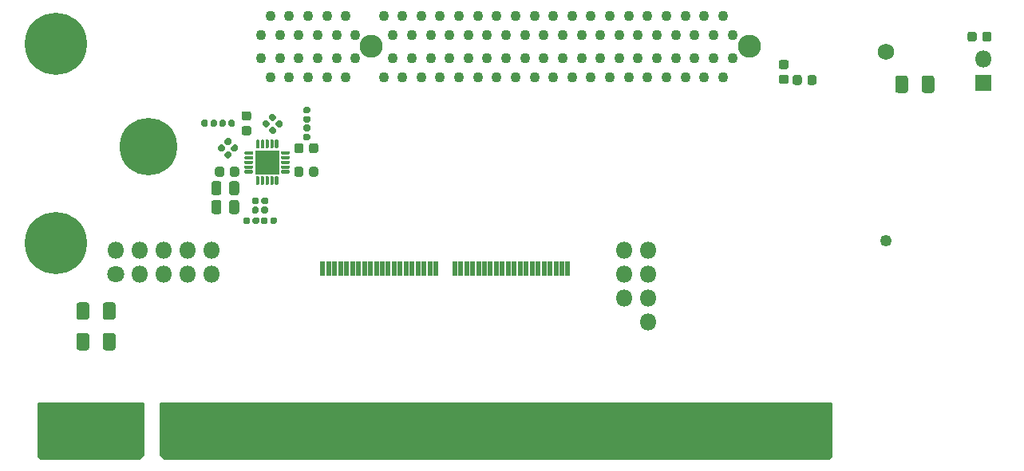
<source format=gbr>
%TF.GenerationSoftware,KiCad,Pcbnew,(5.1.6)-1*%
%TF.CreationDate,2021-07-09T16:03:55+01:00*%
%TF.ProjectId,t9120riser,74393132-3072-4697-9365-722e6b696361,rev?*%
%TF.SameCoordinates,Original*%
%TF.FileFunction,Soldermask,Top*%
%TF.FilePolarity,Negative*%
%FSLAX46Y46*%
G04 Gerber Fmt 4.6, Leading zero omitted, Abs format (unit mm)*
G04 Created by KiCad (PCBNEW (5.1.6)-1) date 2021-07-09 16:03:55*
%MOMM*%
%LPD*%
G01*
G04 APERTURE LIST*
%ADD10R,2.600000X2.600000*%
%ADD11O,1.800000X1.800000*%
%ADD12C,2.450000*%
%ADD13C,1.100000*%
%ADD14C,1.800000*%
%ADD15R,1.800000X1.800000*%
%ADD16R,0.500000X1.600000*%
%ADD17R,0.800000X4.300000*%
%ADD18R,0.800000X3.300000*%
%ADD19C,6.100000*%
%ADD20C,6.600000*%
%ADD21C,1.750000*%
%ADD22C,1.250000*%
%ADD23C,0.254000*%
G04 APERTURE END LIST*
D10*
%TO.C,U1*%
X100750000Y-110900000D03*
G36*
G01*
X101925000Y-112462500D02*
X101925000Y-113212500D01*
G75*
G02*
X101837500Y-113300000I-87500J0D01*
G01*
X101662500Y-113300000D01*
G75*
G02*
X101575000Y-113212500I0J87500D01*
G01*
X101575000Y-112462500D01*
G75*
G02*
X101662500Y-112375000I87500J0D01*
G01*
X101837500Y-112375000D01*
G75*
G02*
X101925000Y-112462500I0J-87500D01*
G01*
G37*
G36*
G01*
X101425000Y-112462500D02*
X101425000Y-113212500D01*
G75*
G02*
X101337500Y-113300000I-87500J0D01*
G01*
X101162500Y-113300000D01*
G75*
G02*
X101075000Y-113212500I0J87500D01*
G01*
X101075000Y-112462500D01*
G75*
G02*
X101162500Y-112375000I87500J0D01*
G01*
X101337500Y-112375000D01*
G75*
G02*
X101425000Y-112462500I0J-87500D01*
G01*
G37*
G36*
G01*
X100925000Y-112462500D02*
X100925000Y-113212500D01*
G75*
G02*
X100837500Y-113300000I-87500J0D01*
G01*
X100662500Y-113300000D01*
G75*
G02*
X100575000Y-113212500I0J87500D01*
G01*
X100575000Y-112462500D01*
G75*
G02*
X100662500Y-112375000I87500J0D01*
G01*
X100837500Y-112375000D01*
G75*
G02*
X100925000Y-112462500I0J-87500D01*
G01*
G37*
G36*
G01*
X100425000Y-112462500D02*
X100425000Y-113212500D01*
G75*
G02*
X100337500Y-113300000I-87500J0D01*
G01*
X100162500Y-113300000D01*
G75*
G02*
X100075000Y-113212500I0J87500D01*
G01*
X100075000Y-112462500D01*
G75*
G02*
X100162500Y-112375000I87500J0D01*
G01*
X100337500Y-112375000D01*
G75*
G02*
X100425000Y-112462500I0J-87500D01*
G01*
G37*
G36*
G01*
X99925000Y-112462500D02*
X99925000Y-113212500D01*
G75*
G02*
X99837500Y-113300000I-87500J0D01*
G01*
X99662500Y-113300000D01*
G75*
G02*
X99575000Y-113212500I0J87500D01*
G01*
X99575000Y-112462500D01*
G75*
G02*
X99662500Y-112375000I87500J0D01*
G01*
X99837500Y-112375000D01*
G75*
G02*
X99925000Y-112462500I0J-87500D01*
G01*
G37*
G36*
G01*
X99275000Y-111812500D02*
X99275000Y-111987500D01*
G75*
G02*
X99187500Y-112075000I-87500J0D01*
G01*
X98437500Y-112075000D01*
G75*
G02*
X98350000Y-111987500I0J87500D01*
G01*
X98350000Y-111812500D01*
G75*
G02*
X98437500Y-111725000I87500J0D01*
G01*
X99187500Y-111725000D01*
G75*
G02*
X99275000Y-111812500I0J-87500D01*
G01*
G37*
G36*
G01*
X99275000Y-111312500D02*
X99275000Y-111487500D01*
G75*
G02*
X99187500Y-111575000I-87500J0D01*
G01*
X98437500Y-111575000D01*
G75*
G02*
X98350000Y-111487500I0J87500D01*
G01*
X98350000Y-111312500D01*
G75*
G02*
X98437500Y-111225000I87500J0D01*
G01*
X99187500Y-111225000D01*
G75*
G02*
X99275000Y-111312500I0J-87500D01*
G01*
G37*
G36*
G01*
X99275000Y-110812500D02*
X99275000Y-110987500D01*
G75*
G02*
X99187500Y-111075000I-87500J0D01*
G01*
X98437500Y-111075000D01*
G75*
G02*
X98350000Y-110987500I0J87500D01*
G01*
X98350000Y-110812500D01*
G75*
G02*
X98437500Y-110725000I87500J0D01*
G01*
X99187500Y-110725000D01*
G75*
G02*
X99275000Y-110812500I0J-87500D01*
G01*
G37*
G36*
G01*
X99275000Y-110312500D02*
X99275000Y-110487500D01*
G75*
G02*
X99187500Y-110575000I-87500J0D01*
G01*
X98437500Y-110575000D01*
G75*
G02*
X98350000Y-110487500I0J87500D01*
G01*
X98350000Y-110312500D01*
G75*
G02*
X98437500Y-110225000I87500J0D01*
G01*
X99187500Y-110225000D01*
G75*
G02*
X99275000Y-110312500I0J-87500D01*
G01*
G37*
G36*
G01*
X99275000Y-109812500D02*
X99275000Y-109987500D01*
G75*
G02*
X99187500Y-110075000I-87500J0D01*
G01*
X98437500Y-110075000D01*
G75*
G02*
X98350000Y-109987500I0J87500D01*
G01*
X98350000Y-109812500D01*
G75*
G02*
X98437500Y-109725000I87500J0D01*
G01*
X99187500Y-109725000D01*
G75*
G02*
X99275000Y-109812500I0J-87500D01*
G01*
G37*
G36*
G01*
X99925000Y-108587500D02*
X99925000Y-109337500D01*
G75*
G02*
X99837500Y-109425000I-87500J0D01*
G01*
X99662500Y-109425000D01*
G75*
G02*
X99575000Y-109337500I0J87500D01*
G01*
X99575000Y-108587500D01*
G75*
G02*
X99662500Y-108500000I87500J0D01*
G01*
X99837500Y-108500000D01*
G75*
G02*
X99925000Y-108587500I0J-87500D01*
G01*
G37*
G36*
G01*
X100425000Y-108587500D02*
X100425000Y-109337500D01*
G75*
G02*
X100337500Y-109425000I-87500J0D01*
G01*
X100162500Y-109425000D01*
G75*
G02*
X100075000Y-109337500I0J87500D01*
G01*
X100075000Y-108587500D01*
G75*
G02*
X100162500Y-108500000I87500J0D01*
G01*
X100337500Y-108500000D01*
G75*
G02*
X100425000Y-108587500I0J-87500D01*
G01*
G37*
G36*
G01*
X100925000Y-108587500D02*
X100925000Y-109337500D01*
G75*
G02*
X100837500Y-109425000I-87500J0D01*
G01*
X100662500Y-109425000D01*
G75*
G02*
X100575000Y-109337500I0J87500D01*
G01*
X100575000Y-108587500D01*
G75*
G02*
X100662500Y-108500000I87500J0D01*
G01*
X100837500Y-108500000D01*
G75*
G02*
X100925000Y-108587500I0J-87500D01*
G01*
G37*
G36*
G01*
X101425000Y-108587500D02*
X101425000Y-109337500D01*
G75*
G02*
X101337500Y-109425000I-87500J0D01*
G01*
X101162500Y-109425000D01*
G75*
G02*
X101075000Y-109337500I0J87500D01*
G01*
X101075000Y-108587500D01*
G75*
G02*
X101162500Y-108500000I87500J0D01*
G01*
X101337500Y-108500000D01*
G75*
G02*
X101425000Y-108587500I0J-87500D01*
G01*
G37*
G36*
G01*
X101925000Y-108587500D02*
X101925000Y-109337500D01*
G75*
G02*
X101837500Y-109425000I-87500J0D01*
G01*
X101662500Y-109425000D01*
G75*
G02*
X101575000Y-109337500I0J87500D01*
G01*
X101575000Y-108587500D01*
G75*
G02*
X101662500Y-108500000I87500J0D01*
G01*
X101837500Y-108500000D01*
G75*
G02*
X101925000Y-108587500I0J-87500D01*
G01*
G37*
G36*
G01*
X103150000Y-109812500D02*
X103150000Y-109987500D01*
G75*
G02*
X103062500Y-110075000I-87500J0D01*
G01*
X102312500Y-110075000D01*
G75*
G02*
X102225000Y-109987500I0J87500D01*
G01*
X102225000Y-109812500D01*
G75*
G02*
X102312500Y-109725000I87500J0D01*
G01*
X103062500Y-109725000D01*
G75*
G02*
X103150000Y-109812500I0J-87500D01*
G01*
G37*
G36*
G01*
X103150000Y-110312500D02*
X103150000Y-110487500D01*
G75*
G02*
X103062500Y-110575000I-87500J0D01*
G01*
X102312500Y-110575000D01*
G75*
G02*
X102225000Y-110487500I0J87500D01*
G01*
X102225000Y-110312500D01*
G75*
G02*
X102312500Y-110225000I87500J0D01*
G01*
X103062500Y-110225000D01*
G75*
G02*
X103150000Y-110312500I0J-87500D01*
G01*
G37*
G36*
G01*
X103150000Y-110812500D02*
X103150000Y-110987500D01*
G75*
G02*
X103062500Y-111075000I-87500J0D01*
G01*
X102312500Y-111075000D01*
G75*
G02*
X102225000Y-110987500I0J87500D01*
G01*
X102225000Y-110812500D01*
G75*
G02*
X102312500Y-110725000I87500J0D01*
G01*
X103062500Y-110725000D01*
G75*
G02*
X103150000Y-110812500I0J-87500D01*
G01*
G37*
G36*
G01*
X103150000Y-111312500D02*
X103150000Y-111487500D01*
G75*
G02*
X103062500Y-111575000I-87500J0D01*
G01*
X102312500Y-111575000D01*
G75*
G02*
X102225000Y-111487500I0J87500D01*
G01*
X102225000Y-111312500D01*
G75*
G02*
X102312500Y-111225000I87500J0D01*
G01*
X103062500Y-111225000D01*
G75*
G02*
X103150000Y-111312500I0J-87500D01*
G01*
G37*
G36*
G01*
X103150000Y-111812500D02*
X103150000Y-111987500D01*
G75*
G02*
X103062500Y-112075000I-87500J0D01*
G01*
X102312500Y-112075000D01*
G75*
G02*
X102225000Y-111987500I0J87500D01*
G01*
X102225000Y-111812500D01*
G75*
G02*
X102312500Y-111725000I87500J0D01*
G01*
X103062500Y-111725000D01*
G75*
G02*
X103150000Y-111812500I0J-87500D01*
G01*
G37*
%TD*%
%TO.C,R2*%
G36*
G01*
X155831250Y-100987500D02*
X155268750Y-100987500D01*
G75*
G02*
X155025000Y-100743750I0J243750D01*
G01*
X155025000Y-100256250D01*
G75*
G02*
X155268750Y-100012500I243750J0D01*
G01*
X155831250Y-100012500D01*
G75*
G02*
X156075000Y-100256250I0J-243750D01*
G01*
X156075000Y-100743750D01*
G75*
G02*
X155831250Y-100987500I-243750J0D01*
G01*
G37*
G36*
G01*
X155831250Y-102562500D02*
X155268750Y-102562500D01*
G75*
G02*
X155025000Y-102318750I0J243750D01*
G01*
X155025000Y-101831250D01*
G75*
G02*
X155268750Y-101587500I243750J0D01*
G01*
X155831250Y-101587500D01*
G75*
G02*
X156075000Y-101831250I0J-243750D01*
G01*
X156075000Y-102318750D01*
G75*
G02*
X155831250Y-102562500I-243750J0D01*
G01*
G37*
%TD*%
%TO.C,R14*%
G36*
G01*
X96902289Y-109281596D02*
X97181596Y-109002288D01*
G75*
G02*
X97425548Y-109002288I121976J-121976D01*
G01*
X97669500Y-109246240D01*
G75*
G02*
X97669500Y-109490192I-121976J-121976D01*
G01*
X97390192Y-109769500D01*
G75*
G02*
X97146240Y-109769500I-121976J121976D01*
G01*
X96902288Y-109525548D01*
G75*
G02*
X96902288Y-109281596I121976J121976D01*
G01*
G37*
G36*
G01*
X96216395Y-108595702D02*
X96495702Y-108316394D01*
G75*
G02*
X96739654Y-108316394I121976J-121976D01*
G01*
X96983606Y-108560346D01*
G75*
G02*
X96983606Y-108804298I-121976J-121976D01*
G01*
X96704298Y-109083606D01*
G75*
G02*
X96460346Y-109083606I-121976J121976D01*
G01*
X96216394Y-108839654D01*
G75*
G02*
X96216394Y-108595702I121976J121976D01*
G01*
G37*
%TD*%
%TO.C,R1*%
G36*
G01*
X98831250Y-106450000D02*
X98268750Y-106450000D01*
G75*
G02*
X98025000Y-106206250I0J243750D01*
G01*
X98025000Y-105718750D01*
G75*
G02*
X98268750Y-105475000I243750J0D01*
G01*
X98831250Y-105475000D01*
G75*
G02*
X99075000Y-105718750I0J-243750D01*
G01*
X99075000Y-106206250D01*
G75*
G02*
X98831250Y-106450000I-243750J0D01*
G01*
G37*
G36*
G01*
X98831250Y-108025000D02*
X98268750Y-108025000D01*
G75*
G02*
X98025000Y-107781250I0J243750D01*
G01*
X98025000Y-107293750D01*
G75*
G02*
X98268750Y-107050000I243750J0D01*
G01*
X98831250Y-107050000D01*
G75*
G02*
X99075000Y-107293750I0J-243750D01*
G01*
X99075000Y-107781250D01*
G75*
G02*
X98831250Y-108025000I-243750J0D01*
G01*
G37*
%TD*%
%TO.C,R16*%
G36*
G01*
X101461351Y-107109342D02*
X101740659Y-107388649D01*
G75*
G02*
X101740659Y-107632601I-121976J-121976D01*
G01*
X101496707Y-107876553D01*
G75*
G02*
X101252755Y-107876553I-121976J121976D01*
G01*
X100973447Y-107597245D01*
G75*
G02*
X100973447Y-107353293I121976J121976D01*
G01*
X101217399Y-107109341D01*
G75*
G02*
X101461351Y-107109341I121976J-121976D01*
G01*
G37*
G36*
G01*
X102147245Y-106423448D02*
X102426553Y-106702755D01*
G75*
G02*
X102426553Y-106946707I-121976J-121976D01*
G01*
X102182601Y-107190659D01*
G75*
G02*
X101938649Y-107190659I-121976J121976D01*
G01*
X101659341Y-106911351D01*
G75*
G02*
X101659341Y-106667399I121976J121976D01*
G01*
X101903293Y-106423447D01*
G75*
G02*
X102147245Y-106423447I121976J-121976D01*
G01*
G37*
%TD*%
%TO.C,R15*%
G36*
G01*
X100754298Y-106416395D02*
X101033606Y-106695702D01*
G75*
G02*
X101033606Y-106939654I-121976J-121976D01*
G01*
X100789654Y-107183606D01*
G75*
G02*
X100545702Y-107183606I-121976J121976D01*
G01*
X100266394Y-106904298D01*
G75*
G02*
X100266394Y-106660346I121976J121976D01*
G01*
X100510346Y-106416394D01*
G75*
G02*
X100754298Y-106416394I121976J-121976D01*
G01*
G37*
G36*
G01*
X101440192Y-105730501D02*
X101719500Y-106009808D01*
G75*
G02*
X101719500Y-106253760I-121976J-121976D01*
G01*
X101475548Y-106497712D01*
G75*
G02*
X101231596Y-106497712I-121976J121976D01*
G01*
X100952288Y-106218404D01*
G75*
G02*
X100952288Y-105974452I121976J121976D01*
G01*
X101196240Y-105730500D01*
G75*
G02*
X101440192Y-105730500I121976J-121976D01*
G01*
G37*
%TD*%
%TO.C,R10*%
G36*
G01*
X104752500Y-107875000D02*
X105147500Y-107875000D01*
G75*
G02*
X105320000Y-108047500I0J-172500D01*
G01*
X105320000Y-108392500D01*
G75*
G02*
X105147500Y-108565000I-172500J0D01*
G01*
X104752500Y-108565000D01*
G75*
G02*
X104580000Y-108392500I0J172500D01*
G01*
X104580000Y-108047500D01*
G75*
G02*
X104752500Y-107875000I172500J0D01*
G01*
G37*
G36*
G01*
X104752500Y-106905000D02*
X105147500Y-106905000D01*
G75*
G02*
X105320000Y-107077500I0J-172500D01*
G01*
X105320000Y-107422500D01*
G75*
G02*
X105147500Y-107595000I-172500J0D01*
G01*
X104752500Y-107595000D01*
G75*
G02*
X104580000Y-107422500I0J172500D01*
G01*
X104580000Y-107077500D01*
G75*
G02*
X104752500Y-106905000I172500J0D01*
G01*
G37*
%TD*%
%TO.C,R13*%
G36*
G01*
X95516395Y-109295702D02*
X95795702Y-109016394D01*
G75*
G02*
X96039654Y-109016394I121976J-121976D01*
G01*
X96283606Y-109260346D01*
G75*
G02*
X96283606Y-109504298I-121976J-121976D01*
G01*
X96004298Y-109783606D01*
G75*
G02*
X95760346Y-109783606I-121976J121976D01*
G01*
X95516394Y-109539654D01*
G75*
G02*
X95516394Y-109295702I121976J121976D01*
G01*
G37*
G36*
G01*
X96202289Y-109981596D02*
X96481596Y-109702288D01*
G75*
G02*
X96725548Y-109702288I121976J-121976D01*
G01*
X96969500Y-109946240D01*
G75*
G02*
X96969500Y-110190192I-121976J-121976D01*
G01*
X96690192Y-110469500D01*
G75*
G02*
X96446240Y-110469500I-121976J121976D01*
G01*
X96202288Y-110225548D01*
G75*
G02*
X96202288Y-109981596I121976J121976D01*
G01*
G37*
%TD*%
%TO.C,R12*%
G36*
G01*
X99697500Y-115345000D02*
X99302500Y-115345000D01*
G75*
G02*
X99130000Y-115172500I0J172500D01*
G01*
X99130000Y-114827500D01*
G75*
G02*
X99302500Y-114655000I172500J0D01*
G01*
X99697500Y-114655000D01*
G75*
G02*
X99870000Y-114827500I0J-172500D01*
G01*
X99870000Y-115172500D01*
G75*
G02*
X99697500Y-115345000I-172500J0D01*
G01*
G37*
G36*
G01*
X99697500Y-116315000D02*
X99302500Y-116315000D01*
G75*
G02*
X99130000Y-116142500I0J172500D01*
G01*
X99130000Y-115797500D01*
G75*
G02*
X99302500Y-115625000I172500J0D01*
G01*
X99697500Y-115625000D01*
G75*
G02*
X99870000Y-115797500I0J-172500D01*
G01*
X99870000Y-116142500D01*
G75*
G02*
X99697500Y-116315000I-172500J0D01*
G01*
G37*
%TD*%
%TO.C,R11*%
G36*
G01*
X100697500Y-115345000D02*
X100302500Y-115345000D01*
G75*
G02*
X100130000Y-115172500I0J172500D01*
G01*
X100130000Y-114827500D01*
G75*
G02*
X100302500Y-114655000I172500J0D01*
G01*
X100697500Y-114655000D01*
G75*
G02*
X100870000Y-114827500I0J-172500D01*
G01*
X100870000Y-115172500D01*
G75*
G02*
X100697500Y-115345000I-172500J0D01*
G01*
G37*
G36*
G01*
X100697500Y-116315000D02*
X100302500Y-116315000D01*
G75*
G02*
X100130000Y-116142500I0J172500D01*
G01*
X100130000Y-115797500D01*
G75*
G02*
X100302500Y-115625000I172500J0D01*
G01*
X100697500Y-115625000D01*
G75*
G02*
X100870000Y-115797500I0J-172500D01*
G01*
X100870000Y-116142500D01*
G75*
G02*
X100697500Y-116315000I-172500J0D01*
G01*
G37*
%TD*%
%TO.C,R9*%
G36*
G01*
X105147500Y-105695000D02*
X104752500Y-105695000D01*
G75*
G02*
X104580000Y-105522500I0J172500D01*
G01*
X104580000Y-105177500D01*
G75*
G02*
X104752500Y-105005000I172500J0D01*
G01*
X105147500Y-105005000D01*
G75*
G02*
X105320000Y-105177500I0J-172500D01*
G01*
X105320000Y-105522500D01*
G75*
G02*
X105147500Y-105695000I-172500J0D01*
G01*
G37*
G36*
G01*
X105147500Y-106665000D02*
X104752500Y-106665000D01*
G75*
G02*
X104580000Y-106492500I0J172500D01*
G01*
X104580000Y-106147500D01*
G75*
G02*
X104752500Y-105975000I172500J0D01*
G01*
X105147500Y-105975000D01*
G75*
G02*
X105320000Y-106147500I0J-172500D01*
G01*
X105320000Y-106492500D01*
G75*
G02*
X105147500Y-106665000I-172500J0D01*
G01*
G37*
%TD*%
%TO.C,R8*%
G36*
G01*
X96640000Y-106947500D02*
X96640000Y-106552500D01*
G75*
G02*
X96812500Y-106380000I172500J0D01*
G01*
X97157500Y-106380000D01*
G75*
G02*
X97330000Y-106552500I0J-172500D01*
G01*
X97330000Y-106947500D01*
G75*
G02*
X97157500Y-107120000I-172500J0D01*
G01*
X96812500Y-107120000D01*
G75*
G02*
X96640000Y-106947500I0J172500D01*
G01*
G37*
G36*
G01*
X95670000Y-106947500D02*
X95670000Y-106552500D01*
G75*
G02*
X95842500Y-106380000I172500J0D01*
G01*
X96187500Y-106380000D01*
G75*
G02*
X96360000Y-106552500I0J-172500D01*
G01*
X96360000Y-106947500D01*
G75*
G02*
X96187500Y-107120000I-172500J0D01*
G01*
X95842500Y-107120000D01*
G75*
G02*
X95670000Y-106947500I0J172500D01*
G01*
G37*
%TD*%
%TO.C,R7*%
G36*
G01*
X94460000Y-106552500D02*
X94460000Y-106947500D01*
G75*
G02*
X94287500Y-107120000I-172500J0D01*
G01*
X93942500Y-107120000D01*
G75*
G02*
X93770000Y-106947500I0J172500D01*
G01*
X93770000Y-106552500D01*
G75*
G02*
X93942500Y-106380000I172500J0D01*
G01*
X94287500Y-106380000D01*
G75*
G02*
X94460000Y-106552500I0J-172500D01*
G01*
G37*
G36*
G01*
X95430000Y-106552500D02*
X95430000Y-106947500D01*
G75*
G02*
X95257500Y-107120000I-172500J0D01*
G01*
X94912500Y-107120000D01*
G75*
G02*
X94740000Y-106947500I0J172500D01*
G01*
X94740000Y-106552500D01*
G75*
G02*
X94912500Y-106380000I172500J0D01*
G01*
X95257500Y-106380000D01*
G75*
G02*
X95430000Y-106552500I0J-172500D01*
G01*
G37*
%TD*%
%TO.C,R6*%
G36*
G01*
X98925000Y-116902500D02*
X98925000Y-117297500D01*
G75*
G02*
X98752500Y-117470000I-172500J0D01*
G01*
X98407500Y-117470000D01*
G75*
G02*
X98235000Y-117297500I0J172500D01*
G01*
X98235000Y-116902500D01*
G75*
G02*
X98407500Y-116730000I172500J0D01*
G01*
X98752500Y-116730000D01*
G75*
G02*
X98925000Y-116902500I0J-172500D01*
G01*
G37*
G36*
G01*
X99895000Y-116902500D02*
X99895000Y-117297500D01*
G75*
G02*
X99722500Y-117470000I-172500J0D01*
G01*
X99377500Y-117470000D01*
G75*
G02*
X99205000Y-117297500I0J172500D01*
G01*
X99205000Y-116902500D01*
G75*
G02*
X99377500Y-116730000I172500J0D01*
G01*
X99722500Y-116730000D01*
G75*
G02*
X99895000Y-116902500I0J-172500D01*
G01*
G37*
%TD*%
%TO.C,R5*%
G36*
G01*
X101075000Y-117297500D02*
X101075000Y-116902500D01*
G75*
G02*
X101247500Y-116730000I172500J0D01*
G01*
X101592500Y-116730000D01*
G75*
G02*
X101765000Y-116902500I0J-172500D01*
G01*
X101765000Y-117297500D01*
G75*
G02*
X101592500Y-117470000I-172500J0D01*
G01*
X101247500Y-117470000D01*
G75*
G02*
X101075000Y-117297500I0J172500D01*
G01*
G37*
G36*
G01*
X100105000Y-117297500D02*
X100105000Y-116902500D01*
G75*
G02*
X100277500Y-116730000I172500J0D01*
G01*
X100622500Y-116730000D01*
G75*
G02*
X100795000Y-116902500I0J-172500D01*
G01*
X100795000Y-117297500D01*
G75*
G02*
X100622500Y-117470000I-172500J0D01*
G01*
X100277500Y-117470000D01*
G75*
G02*
X100105000Y-117297500I0J172500D01*
G01*
G37*
%TD*%
D11*
%TO.C,J7*%
X138650000Y-120200000D03*
X141190000Y-120200000D03*
X138650000Y-122740000D03*
X141190000Y-122740000D03*
X138650000Y-125280000D03*
X141190000Y-125280000D03*
X141190000Y-127820000D03*
%TD*%
D12*
%TO.C,J2*%
X151910000Y-98600000D03*
D13*
X150100000Y-97350000D03*
X150100000Y-99850000D03*
X149100000Y-95350000D03*
X149100000Y-101850000D03*
X148100000Y-97350000D03*
X148100000Y-99850000D03*
X147100000Y-95350000D03*
X147100000Y-101850000D03*
X146100000Y-97350000D03*
X146100000Y-99850000D03*
X145100000Y-95350000D03*
X145100000Y-101850000D03*
X144100000Y-97350000D03*
X144100000Y-99850000D03*
X143100000Y-95350000D03*
X143100000Y-101850000D03*
X142100000Y-97350000D03*
X142100000Y-99850000D03*
X141100000Y-95350000D03*
X141100000Y-101850000D03*
X140100000Y-97350000D03*
X140100000Y-99850000D03*
X139100000Y-95350000D03*
X139100000Y-101850000D03*
X138100000Y-97350000D03*
X138100000Y-99850000D03*
X137100000Y-95350000D03*
X137100000Y-101850000D03*
X136100000Y-97350000D03*
X136100000Y-99850000D03*
X135100000Y-95350000D03*
X135100000Y-101850000D03*
X134100000Y-97350000D03*
X134100000Y-99850000D03*
X133100000Y-95350000D03*
X133100000Y-101850000D03*
X132100000Y-97350000D03*
X132100000Y-99850000D03*
X131100000Y-95350000D03*
X131100000Y-101850000D03*
X130100000Y-97350000D03*
X130100000Y-99850000D03*
X129100000Y-95350000D03*
X129100000Y-101850000D03*
X128100000Y-97350000D03*
X128100000Y-99850000D03*
X127100000Y-95350000D03*
X127100000Y-101850000D03*
X126100000Y-97350000D03*
X126100000Y-99850000D03*
X125100000Y-95350000D03*
X125100000Y-101850000D03*
X124100000Y-97350000D03*
X124100000Y-99850000D03*
X123100000Y-95350000D03*
X123100000Y-101850000D03*
X122100000Y-97350000D03*
X122100000Y-99850000D03*
X121100000Y-95350000D03*
X121100000Y-101850000D03*
X120100000Y-97350000D03*
X120100000Y-99850000D03*
X119100000Y-95350000D03*
X119100000Y-101850000D03*
X118100000Y-97350000D03*
X118100000Y-99850000D03*
X117100000Y-95350000D03*
X117100000Y-101850000D03*
X116100000Y-97350000D03*
X116100000Y-99850000D03*
X115100000Y-95350000D03*
X115100000Y-101850000D03*
X114100000Y-97350000D03*
X114100000Y-99850000D03*
X113100000Y-95350000D03*
X113100000Y-101850000D03*
D12*
X111750000Y-98600000D03*
D13*
X110100000Y-99850000D03*
X109100000Y-101850000D03*
X108100000Y-99850000D03*
X107100000Y-101850000D03*
X106100000Y-99850000D03*
X105100000Y-101850000D03*
X104100000Y-99850000D03*
X103100000Y-101850000D03*
X102100000Y-99850000D03*
X101100000Y-101850000D03*
X100100000Y-99850000D03*
X110100000Y-97350000D03*
X109100000Y-95350000D03*
X108100000Y-97350000D03*
X107100000Y-95350000D03*
X106100000Y-97350000D03*
X105100000Y-95350000D03*
X104100000Y-97350000D03*
X103100000Y-95350000D03*
X102100000Y-97350000D03*
X101100000Y-95350000D03*
X100100000Y-97350000D03*
%TD*%
D11*
%TO.C,J6*%
X94810000Y-120200000D03*
X94810000Y-122740000D03*
X92270000Y-120200000D03*
X92270000Y-122740000D03*
X89730000Y-120200000D03*
X89730000Y-122740000D03*
X87190000Y-120200000D03*
X87190000Y-122740000D03*
X84650000Y-120200000D03*
D14*
X84650000Y-122740000D03*
%TD*%
%TO.C,R4*%
G36*
G01*
X176612500Y-97831250D02*
X176612500Y-97268750D01*
G75*
G02*
X176856250Y-97025000I243750J0D01*
G01*
X177343750Y-97025000D01*
G75*
G02*
X177587500Y-97268750I0J-243750D01*
G01*
X177587500Y-97831250D01*
G75*
G02*
X177343750Y-98075000I-243750J0D01*
G01*
X176856250Y-98075000D01*
G75*
G02*
X176612500Y-97831250I0J243750D01*
G01*
G37*
G36*
G01*
X175037500Y-97831250D02*
X175037500Y-97268750D01*
G75*
G02*
X175281250Y-97025000I243750J0D01*
G01*
X175768750Y-97025000D01*
G75*
G02*
X176012500Y-97268750I0J-243750D01*
G01*
X176012500Y-97831250D01*
G75*
G02*
X175768750Y-98075000I-243750J0D01*
G01*
X175281250Y-98075000D01*
G75*
G02*
X175037500Y-97831250I0J243750D01*
G01*
G37*
%TD*%
D15*
%TO.C,J3*%
X176750000Y-102440000D03*
D11*
X176750000Y-99900000D03*
%TD*%
%TO.C,R3*%
G36*
G01*
X157462500Y-101868750D02*
X157462500Y-102431250D01*
G75*
G02*
X157218750Y-102675000I-243750J0D01*
G01*
X156731250Y-102675000D01*
G75*
G02*
X156487500Y-102431250I0J243750D01*
G01*
X156487500Y-101868750D01*
G75*
G02*
X156731250Y-101625000I243750J0D01*
G01*
X157218750Y-101625000D01*
G75*
G02*
X157462500Y-101868750I0J-243750D01*
G01*
G37*
G36*
G01*
X159037500Y-101868750D02*
X159037500Y-102431250D01*
G75*
G02*
X158793750Y-102675000I-243750J0D01*
G01*
X158306250Y-102675000D01*
G75*
G02*
X158062500Y-102431250I0J243750D01*
G01*
X158062500Y-101868750D01*
G75*
G02*
X158306250Y-101625000I243750J0D01*
G01*
X158793750Y-101625000D01*
G75*
G02*
X159037500Y-101868750I0J-243750D01*
G01*
G37*
%TD*%
%TO.C,C7*%
G36*
G01*
X170175000Y-103255000D02*
X170175000Y-101945000D01*
G75*
G02*
X170445000Y-101675000I270000J0D01*
G01*
X171255000Y-101675000D01*
G75*
G02*
X171525000Y-101945000I0J-270000D01*
G01*
X171525000Y-103255000D01*
G75*
G02*
X171255000Y-103525000I-270000J0D01*
G01*
X170445000Y-103525000D01*
G75*
G02*
X170175000Y-103255000I0J270000D01*
G01*
G37*
G36*
G01*
X167375000Y-103255000D02*
X167375000Y-101945000D01*
G75*
G02*
X167645000Y-101675000I270000J0D01*
G01*
X168455000Y-101675000D01*
G75*
G02*
X168725000Y-101945000I0J-270000D01*
G01*
X168725000Y-103255000D01*
G75*
G02*
X168455000Y-103525000I-270000J0D01*
G01*
X167645000Y-103525000D01*
G75*
G02*
X167375000Y-103255000I0J270000D01*
G01*
G37*
%TD*%
%TO.C,C6*%
G36*
G01*
X83325000Y-127355000D02*
X83325000Y-126045000D01*
G75*
G02*
X83595000Y-125775000I270000J0D01*
G01*
X84405000Y-125775000D01*
G75*
G02*
X84675000Y-126045000I0J-270000D01*
G01*
X84675000Y-127355000D01*
G75*
G02*
X84405000Y-127625000I-270000J0D01*
G01*
X83595000Y-127625000D01*
G75*
G02*
X83325000Y-127355000I0J270000D01*
G01*
G37*
G36*
G01*
X80525000Y-127355000D02*
X80525000Y-126045000D01*
G75*
G02*
X80795000Y-125775000I270000J0D01*
G01*
X81605000Y-125775000D01*
G75*
G02*
X81875000Y-126045000I0J-270000D01*
G01*
X81875000Y-127355000D01*
G75*
G02*
X81605000Y-127625000I-270000J0D01*
G01*
X80795000Y-127625000D01*
G75*
G02*
X80525000Y-127355000I0J270000D01*
G01*
G37*
%TD*%
%TO.C,C2*%
G36*
G01*
X95900000Y-113168750D02*
X95900000Y-114131250D01*
G75*
G02*
X95631250Y-114400000I-268750J0D01*
G01*
X95093750Y-114400000D01*
G75*
G02*
X94825000Y-114131250I0J268750D01*
G01*
X94825000Y-113168750D01*
G75*
G02*
X95093750Y-112900000I268750J0D01*
G01*
X95631250Y-112900000D01*
G75*
G02*
X95900000Y-113168750I0J-268750D01*
G01*
G37*
G36*
G01*
X97775000Y-113168750D02*
X97775000Y-114131250D01*
G75*
G02*
X97506250Y-114400000I-268750J0D01*
G01*
X96968750Y-114400000D01*
G75*
G02*
X96700000Y-114131250I0J268750D01*
G01*
X96700000Y-113168750D01*
G75*
G02*
X96968750Y-112900000I268750J0D01*
G01*
X97506250Y-112900000D01*
G75*
G02*
X97775000Y-113168750I0J-268750D01*
G01*
G37*
%TD*%
%TO.C,C1*%
G36*
G01*
X81875000Y-129295000D02*
X81875000Y-130605000D01*
G75*
G02*
X81605000Y-130875000I-270000J0D01*
G01*
X80795000Y-130875000D01*
G75*
G02*
X80525000Y-130605000I0J270000D01*
G01*
X80525000Y-129295000D01*
G75*
G02*
X80795000Y-129025000I270000J0D01*
G01*
X81605000Y-129025000D01*
G75*
G02*
X81875000Y-129295000I0J-270000D01*
G01*
G37*
G36*
G01*
X84675000Y-129295000D02*
X84675000Y-130605000D01*
G75*
G02*
X84405000Y-130875000I-270000J0D01*
G01*
X83595000Y-130875000D01*
G75*
G02*
X83325000Y-130605000I0J270000D01*
G01*
X83325000Y-129295000D01*
G75*
G02*
X83595000Y-129025000I270000J0D01*
G01*
X84405000Y-129025000D01*
G75*
G02*
X84675000Y-129295000I0J-270000D01*
G01*
G37*
%TD*%
%TO.C,FB1*%
G36*
G01*
X95900000Y-115168750D02*
X95900000Y-116131250D01*
G75*
G02*
X95631250Y-116400000I-268750J0D01*
G01*
X95093750Y-116400000D01*
G75*
G02*
X94825000Y-116131250I0J268750D01*
G01*
X94825000Y-115168750D01*
G75*
G02*
X95093750Y-114900000I268750J0D01*
G01*
X95631250Y-114900000D01*
G75*
G02*
X95900000Y-115168750I0J-268750D01*
G01*
G37*
G36*
G01*
X97775000Y-115168750D02*
X97775000Y-116131250D01*
G75*
G02*
X97506250Y-116400000I-268750J0D01*
G01*
X96968750Y-116400000D01*
G75*
G02*
X96700000Y-116131250I0J268750D01*
G01*
X96700000Y-115168750D01*
G75*
G02*
X96968750Y-114900000I268750J0D01*
G01*
X97506250Y-114900000D01*
G75*
G02*
X97775000Y-115168750I0J-268750D01*
G01*
G37*
%TD*%
%TO.C,C5*%
G36*
G01*
X96200000Y-111618750D02*
X96200000Y-112181250D01*
G75*
G02*
X95956250Y-112425000I-243750J0D01*
G01*
X95468750Y-112425000D01*
G75*
G02*
X95225000Y-112181250I0J243750D01*
G01*
X95225000Y-111618750D01*
G75*
G02*
X95468750Y-111375000I243750J0D01*
G01*
X95956250Y-111375000D01*
G75*
G02*
X96200000Y-111618750I0J-243750D01*
G01*
G37*
G36*
G01*
X97775000Y-111618750D02*
X97775000Y-112181250D01*
G75*
G02*
X97531250Y-112425000I-243750J0D01*
G01*
X97043750Y-112425000D01*
G75*
G02*
X96800000Y-112181250I0J243750D01*
G01*
X96800000Y-111618750D01*
G75*
G02*
X97043750Y-111375000I243750J0D01*
G01*
X97531250Y-111375000D01*
G75*
G02*
X97775000Y-111618750I0J-243750D01*
G01*
G37*
%TD*%
%TO.C,C3*%
G36*
G01*
X105200000Y-112181250D02*
X105200000Y-111618750D01*
G75*
G02*
X105443750Y-111375000I243750J0D01*
G01*
X105931250Y-111375000D01*
G75*
G02*
X106175000Y-111618750I0J-243750D01*
G01*
X106175000Y-112181250D01*
G75*
G02*
X105931250Y-112425000I-243750J0D01*
G01*
X105443750Y-112425000D01*
G75*
G02*
X105200000Y-112181250I0J243750D01*
G01*
G37*
G36*
G01*
X103625000Y-112181250D02*
X103625000Y-111618750D01*
G75*
G02*
X103868750Y-111375000I243750J0D01*
G01*
X104356250Y-111375000D01*
G75*
G02*
X104600000Y-111618750I0J-243750D01*
G01*
X104600000Y-112181250D01*
G75*
G02*
X104356250Y-112425000I-243750J0D01*
G01*
X103868750Y-112425000D01*
G75*
G02*
X103625000Y-112181250I0J243750D01*
G01*
G37*
%TD*%
%TO.C,C4*%
G36*
G01*
X105187500Y-109681250D02*
X105187500Y-109118750D01*
G75*
G02*
X105431250Y-108875000I243750J0D01*
G01*
X105918750Y-108875000D01*
G75*
G02*
X106162500Y-109118750I0J-243750D01*
G01*
X106162500Y-109681250D01*
G75*
G02*
X105918750Y-109925000I-243750J0D01*
G01*
X105431250Y-109925000D01*
G75*
G02*
X105187500Y-109681250I0J243750D01*
G01*
G37*
G36*
G01*
X103612500Y-109681250D02*
X103612500Y-109118750D01*
G75*
G02*
X103856250Y-108875000I243750J0D01*
G01*
X104343750Y-108875000D01*
G75*
G02*
X104587500Y-109118750I0J-243750D01*
G01*
X104587500Y-109681250D01*
G75*
G02*
X104343750Y-109925000I-243750J0D01*
G01*
X103856250Y-109925000D01*
G75*
G02*
X103612500Y-109681250I0J243750D01*
G01*
G37*
%TD*%
D16*
%TO.C,J8*%
X120650000Y-122200000D03*
X121281570Y-122200000D03*
X121913140Y-122200000D03*
X122544710Y-122200000D03*
X123176280Y-122200000D03*
X123807850Y-122200000D03*
X124439420Y-122200000D03*
X125070990Y-122200000D03*
X125702560Y-122200000D03*
X126334130Y-122200000D03*
X126965700Y-122200000D03*
X127597270Y-122200000D03*
X128228840Y-122200000D03*
X128860410Y-122200000D03*
X129491980Y-122200000D03*
X130123550Y-122200000D03*
X130755120Y-122200000D03*
X131386690Y-122200000D03*
X132018260Y-122200000D03*
X132649830Y-122200000D03*
%TD*%
%TO.C,J5*%
X106650000Y-122200000D03*
X107281570Y-122200000D03*
X107913140Y-122200000D03*
X108544710Y-122200000D03*
X109176280Y-122200000D03*
X109807850Y-122200000D03*
X110439420Y-122200000D03*
X111070990Y-122200000D03*
X111702560Y-122200000D03*
X112334130Y-122200000D03*
X112965700Y-122200000D03*
X113597270Y-122200000D03*
X114228840Y-122200000D03*
X114860410Y-122200000D03*
X115491980Y-122200000D03*
X116123550Y-122200000D03*
X116755120Y-122200000D03*
X117386690Y-122200000D03*
X118018260Y-122200000D03*
X118649830Y-122200000D03*
%TD*%
D17*
%TO.C,J1*%
X110000000Y-138500000D03*
D18*
X109000000Y-138000000D03*
D17*
X108000000Y-138500000D03*
X107000000Y-138500000D03*
X106000000Y-138500000D03*
X105000000Y-138500000D03*
X104000000Y-138500000D03*
X103000000Y-138500000D03*
X102000000Y-138500000D03*
X101000000Y-138500000D03*
X100000000Y-138500000D03*
X99000000Y-138500000D03*
X98000000Y-138500000D03*
X97000000Y-138500000D03*
X96000000Y-138500000D03*
D18*
X95000000Y-138000000D03*
D17*
X94000000Y-138500000D03*
X93000000Y-138500000D03*
X92000000Y-138500000D03*
X91000000Y-138500000D03*
X90000000Y-138500000D03*
X87000000Y-138500000D03*
X86000000Y-138500000D03*
X85000000Y-138500000D03*
X84000000Y-138500000D03*
X83000000Y-138500000D03*
X82000000Y-138500000D03*
X81000000Y-138500000D03*
X80000000Y-138500000D03*
X79000000Y-138500000D03*
X78000000Y-138500000D03*
X77000000Y-138500000D03*
X111000000Y-138500000D03*
X112000000Y-138500000D03*
X113000000Y-138500000D03*
X114000000Y-138500000D03*
X115000000Y-138500000D03*
X116000000Y-138500000D03*
X117000000Y-138500000D03*
X118000000Y-138500000D03*
X119000000Y-138500000D03*
X120000000Y-138500000D03*
X121000000Y-138500000D03*
X122000000Y-138500000D03*
X123000000Y-138500000D03*
X124000000Y-138500000D03*
X125000000Y-138500000D03*
D18*
X126000000Y-138000000D03*
D17*
X127000000Y-138500000D03*
X128000000Y-138500000D03*
X129000000Y-138500000D03*
X130000000Y-138500000D03*
X131000000Y-138500000D03*
X132000000Y-138500000D03*
X133000000Y-138500000D03*
X134000000Y-138500000D03*
X135000000Y-138500000D03*
X136000000Y-138500000D03*
X137000000Y-138500000D03*
X138000000Y-138500000D03*
X139000000Y-138500000D03*
X140000000Y-138500000D03*
X141000000Y-138500000D03*
X142000000Y-138500000D03*
X143000000Y-138500000D03*
X144000000Y-138500000D03*
X145000000Y-138500000D03*
X146000000Y-138500000D03*
X147000000Y-138500000D03*
X148000000Y-138500000D03*
X149000000Y-138500000D03*
X150000000Y-138500000D03*
X151000000Y-138500000D03*
X152000000Y-138500000D03*
X153000000Y-138500000D03*
X154000000Y-138500000D03*
X155000000Y-138500000D03*
X156000000Y-138500000D03*
X157000000Y-138500000D03*
X158000000Y-138500000D03*
D18*
X159000000Y-138000000D03*
D17*
X160000000Y-138500000D03*
%TD*%
D19*
%TO.C,REF\u002A\u002A*%
X88150000Y-109200000D03*
%TD*%
D20*
%TO.C,REF\u002A\u002A*%
X78300000Y-119500000D03*
%TD*%
%TO.C,REF\u002A\u002A*%
X78300000Y-98350000D03*
%TD*%
D21*
%TO.C,J4*%
X166400000Y-99200000D03*
D22*
X166400000Y-119200000D03*
%TD*%
D23*
G36*
X87550000Y-142000000D02*
G01*
X87177000Y-142373000D01*
X76723000Y-142373000D01*
X76477000Y-142127000D01*
X76477000Y-136527000D01*
X87550000Y-136527000D01*
X87550000Y-142000000D01*
G37*
X87550000Y-142000000D02*
X87177000Y-142373000D01*
X76723000Y-142373000D01*
X76477000Y-142127000D01*
X76477000Y-136527000D01*
X87550000Y-136527000D01*
X87550000Y-142000000D01*
G36*
X160523000Y-142127000D02*
G01*
X160277000Y-142373000D01*
X89823000Y-142373000D01*
X89450000Y-142000000D01*
X89450000Y-136527000D01*
X160523000Y-136527000D01*
X160523000Y-142127000D01*
G37*
X160523000Y-142127000D02*
X160277000Y-142373000D01*
X89823000Y-142373000D01*
X89450000Y-142000000D01*
X89450000Y-136527000D01*
X160523000Y-136527000D01*
X160523000Y-142127000D01*
M02*

</source>
